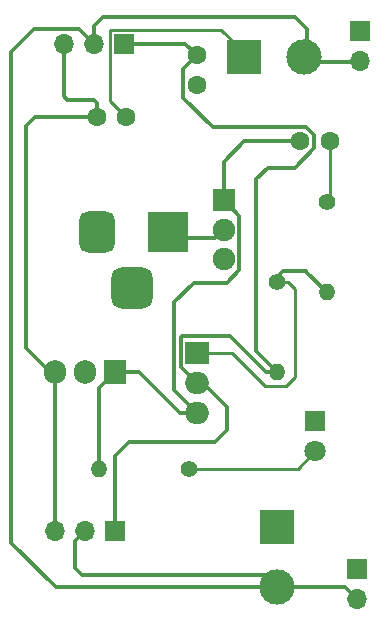
<source format=gtl>
%TF.GenerationSoftware,KiCad,Pcbnew,7.0.7*%
%TF.CreationDate,2024-08-02T14:57:20+08:00*%
%TF.ProjectId,Breadboard_power_supply,42726561-6462-46f6-9172-645f706f7765,rev?*%
%TF.SameCoordinates,Original*%
%TF.FileFunction,Copper,L1,Top*%
%TF.FilePolarity,Positive*%
%FSLAX46Y46*%
G04 Gerber Fmt 4.6, Leading zero omitted, Abs format (unit mm)*
G04 Created by KiCad (PCBNEW 7.0.7) date 2024-08-02 14:57:20*
%MOMM*%
%LPD*%
G01*
G04 APERTURE LIST*
G04 Aperture macros list*
%AMRoundRect*
0 Rectangle with rounded corners*
0 $1 Rounding radius*
0 $2 $3 $4 $5 $6 $7 $8 $9 X,Y pos of 4 corners*
0 Add a 4 corners polygon primitive as box body*
4,1,4,$2,$3,$4,$5,$6,$7,$8,$9,$2,$3,0*
0 Add four circle primitives for the rounded corners*
1,1,$1+$1,$2,$3*
1,1,$1+$1,$4,$5*
1,1,$1+$1,$6,$7*
1,1,$1+$1,$8,$9*
0 Add four rect primitives between the rounded corners*
20,1,$1+$1,$2,$3,$4,$5,0*
20,1,$1+$1,$4,$5,$6,$7,0*
20,1,$1+$1,$6,$7,$8,$9,0*
20,1,$1+$1,$8,$9,$2,$3,0*%
G04 Aperture macros list end*
%TA.AperFunction,ComponentPad*%
%ADD10R,1.700000X1.700000*%
%TD*%
%TA.AperFunction,ComponentPad*%
%ADD11O,1.700000X1.700000*%
%TD*%
%TA.AperFunction,ComponentPad*%
%ADD12R,2.000000X1.905000*%
%TD*%
%TA.AperFunction,ComponentPad*%
%ADD13O,2.000000X1.905000*%
%TD*%
%TA.AperFunction,ComponentPad*%
%ADD14C,1.400000*%
%TD*%
%TA.AperFunction,ComponentPad*%
%ADD15O,1.400000X1.400000*%
%TD*%
%TA.AperFunction,ComponentPad*%
%ADD16C,1.600000*%
%TD*%
%TA.AperFunction,ComponentPad*%
%ADD17R,1.800000X1.800000*%
%TD*%
%TA.AperFunction,ComponentPad*%
%ADD18C,1.800000*%
%TD*%
%TA.AperFunction,ComponentPad*%
%ADD19R,3.000000X3.000000*%
%TD*%
%TA.AperFunction,ComponentPad*%
%ADD20C,3.000000*%
%TD*%
%TA.AperFunction,ComponentPad*%
%ADD21R,3.500000X3.500000*%
%TD*%
%TA.AperFunction,ComponentPad*%
%ADD22RoundRect,0.750000X-0.750000X-1.000000X0.750000X-1.000000X0.750000X1.000000X-0.750000X1.000000X0*%
%TD*%
%TA.AperFunction,ComponentPad*%
%ADD23RoundRect,0.875000X-0.875000X-0.875000X0.875000X-0.875000X0.875000X0.875000X-0.875000X0.875000X0*%
%TD*%
%TA.AperFunction,ComponentPad*%
%ADD24R,1.900000X1.900000*%
%TD*%
%TA.AperFunction,ComponentPad*%
%ADD25C,1.900000*%
%TD*%
%TA.AperFunction,ComponentPad*%
%ADD26R,1.905000X2.000000*%
%TD*%
%TA.AperFunction,ComponentPad*%
%ADD27O,1.905000X2.000000*%
%TD*%
%TA.AperFunction,Conductor*%
%ADD28C,0.350000*%
%TD*%
%TA.AperFunction,Conductor*%
%ADD29C,0.250000*%
%TD*%
G04 APERTURE END LIST*
D10*
%TO.P,J4,1,Pin_1*%
%TO.N,/3.3V*%
X125290000Y-131500000D03*
D11*
%TO.P,J4,2,Pin_2*%
%TO.N,/PWR_output*%
X122750000Y-131500000D03*
%TO.P,J4,3,Pin_3*%
%TO.N,/5V*%
X120210000Y-131500000D03*
%TD*%
D12*
%TO.P,U2,1,ADJ*%
%TO.N,Net-(U2-ADJ)*%
X132250000Y-116460000D03*
D13*
%TO.P,U2,2,VO*%
%TO.N,/3.3V*%
X132250000Y-119000000D03*
%TO.P,U2,3,VI*%
%TO.N,/12V*%
X132250000Y-121540000D03*
%TD*%
D14*
%TO.P,R1,1*%
%TO.N,Net-(D1-A)*%
X131560000Y-126250000D03*
D15*
%TO.P,R1,2*%
%TO.N,/12V*%
X123940000Y-126250000D03*
%TD*%
D16*
%TO.P,C1,1*%
%TO.N,/12V*%
X141000000Y-98500000D03*
%TO.P,C1,2*%
%TO.N,GND*%
X143500000Y-98500000D03*
%TD*%
D10*
%TO.P,J2,1,Pin_1*%
%TO.N,GND*%
X145746000Y-134750000D03*
D11*
%TO.P,J2,2,Pin_2*%
%TO.N,/PWR_output*%
X145746000Y-137290000D03*
%TD*%
D14*
%TO.P,R2,1*%
%TO.N,Net-(U2-ADJ)*%
X139000000Y-110440000D03*
D15*
%TO.P,R2,2*%
%TO.N,/3.3V*%
X139000000Y-118060000D03*
%TD*%
D10*
%TO.P,J3,1,Pin_1*%
%TO.N,/3.3V*%
X126025000Y-90250000D03*
D11*
%TO.P,J3,2,Pin_2*%
%TO.N,/PWR_output*%
X123485000Y-90250000D03*
%TO.P,J3,3,Pin_3*%
%TO.N,/5V*%
X120945000Y-90250000D03*
%TD*%
D17*
%TO.P,D1,1,K*%
%TO.N,GND*%
X142250000Y-122250000D03*
D18*
%TO.P,D1,2,A*%
%TO.N,Net-(D1-A)*%
X142250000Y-124790000D03*
%TD*%
D14*
%TO.P,R3,1*%
%TO.N,GND*%
X143250000Y-103690000D03*
D15*
%TO.P,R3,2*%
%TO.N,Net-(U2-ADJ)*%
X143250000Y-111310000D03*
%TD*%
D19*
%TO.P,J7,1,Pin_1*%
%TO.N,GND*%
X139000000Y-131210000D03*
D20*
%TO.P,J7,2,Pin_2*%
%TO.N,/PWR_output*%
X139000000Y-136290000D03*
%TD*%
D16*
%TO.P,C3,1*%
%TO.N,/5V*%
X123750000Y-96500000D03*
%TO.P,C3,2*%
%TO.N,GND*%
X126250000Y-96500000D03*
%TD*%
%TO.P,C2,1*%
%TO.N,/3.3V*%
X132250000Y-91250000D03*
%TO.P,C2,2*%
%TO.N,GND*%
X132250000Y-93750000D03*
%TD*%
D19*
%TO.P,J5,1,Pin_1*%
%TO.N,GND*%
X136210000Y-91394000D03*
D20*
%TO.P,J5,2,Pin_2*%
%TO.N,/PWR_output*%
X141290000Y-91394000D03*
%TD*%
D21*
%TO.P,J6,1*%
%TO.N,/PWR_input*%
X129750000Y-106250000D03*
D22*
%TO.P,J6,2*%
%TO.N,GND*%
X123750000Y-106250000D03*
D23*
%TO.P,J6,3*%
X126750000Y-110950000D03*
%TD*%
D24*
%TO.P,S1,1*%
%TO.N,/12V*%
X134500000Y-103500000D03*
D25*
%TO.P,S1,2*%
%TO.N,/PWR_input*%
X134500000Y-106000000D03*
%TO.P,S1,3*%
%TO.N,unconnected-(S1-Pad3)*%
X134500000Y-108500000D03*
%TD*%
D26*
%TO.P,U1,1,VI*%
%TO.N,/12V*%
X125290000Y-118055000D03*
D27*
%TO.P,U1,2,GND*%
%TO.N,GND*%
X122750000Y-118055000D03*
%TO.P,U1,3,VO*%
%TO.N,/5V*%
X120210000Y-118055000D03*
%TD*%
D10*
%TO.P,J1,1,Pin_1*%
%TO.N,GND*%
X146000000Y-89210000D03*
D11*
%TO.P,J1,2,Pin_2*%
%TO.N,/PWR_output*%
X146000000Y-91750000D03*
%TD*%
D28*
%TO.N,/12V*%
X134750000Y-110500000D02*
X132000000Y-110500000D01*
X135825000Y-109425000D02*
X134750000Y-110500000D01*
X125290000Y-118055000D02*
X127305000Y-118055000D01*
X141000000Y-98500000D02*
X136250000Y-98500000D01*
X136250000Y-98500000D02*
X134500000Y-100250000D01*
X134500000Y-103500000D02*
X135825000Y-104825000D01*
X130325000Y-112175000D02*
X130325000Y-119615000D01*
X135825000Y-104825000D02*
X135825000Y-109425000D01*
X134500000Y-100250000D02*
X134500000Y-103500000D01*
X130790000Y-121540000D02*
X132250000Y-121540000D01*
X132000000Y-110500000D02*
X130325000Y-112175000D01*
X130325000Y-119615000D02*
X132250000Y-121540000D01*
X127305000Y-118055000D02*
X130790000Y-121540000D01*
X123940000Y-119405000D02*
X123940000Y-126250000D01*
X125290000Y-118055000D02*
X123940000Y-119405000D01*
D29*
%TO.N,GND*%
X143500000Y-103440000D02*
X143250000Y-103690000D01*
X136460000Y-92210000D02*
X136460000Y-91250000D01*
X124850000Y-95100000D02*
X126250000Y-96500000D01*
X143500000Y-98500000D02*
X143500000Y-103440000D01*
X124850000Y-89075000D02*
X124850000Y-95100000D01*
X134285000Y-89075000D02*
X124850000Y-89075000D01*
X136460000Y-91250000D02*
X134285000Y-89075000D01*
X125250000Y-109750000D02*
X125250000Y-111450000D01*
D28*
%TO.N,/3.3V*%
X130875000Y-115132500D02*
X131007500Y-115000000D01*
X133575000Y-97325000D02*
X141486701Y-97325000D01*
X131075000Y-92425000D02*
X131075000Y-94825000D01*
X125290000Y-125210000D02*
X126500000Y-124000000D01*
X137250000Y-101750000D02*
X137250000Y-116310000D01*
X141486701Y-97325000D02*
X142175000Y-98013299D01*
X135000000Y-115000000D02*
X138060000Y-118060000D01*
X130875000Y-117625000D02*
X130875000Y-115132500D01*
X131007500Y-115000000D02*
X135000000Y-115000000D01*
X131075000Y-94825000D02*
X133575000Y-97325000D01*
X142175000Y-98013299D02*
X142175000Y-99075000D01*
X132250000Y-91250000D02*
X131075000Y-92425000D01*
X142175000Y-99075000D02*
X140500000Y-100750000D01*
X126025000Y-90250000D02*
X131250000Y-90250000D01*
X138250000Y-100750000D02*
X137250000Y-101750000D01*
X134750000Y-123000000D02*
X134750000Y-121000000D01*
X140500000Y-100750000D02*
X138250000Y-100750000D01*
X131250000Y-90250000D02*
X132250000Y-91250000D01*
X132250000Y-119000000D02*
X130875000Y-117625000D01*
X125290000Y-131500000D02*
X125290000Y-125210000D01*
X126500000Y-124000000D02*
X133750000Y-124000000D01*
X138060000Y-118060000D02*
X139000000Y-118060000D01*
X137250000Y-116310000D02*
X139000000Y-118060000D01*
X132750000Y-119000000D02*
X132250000Y-119000000D01*
X134750000Y-121000000D02*
X132750000Y-119000000D01*
X133750000Y-124000000D02*
X134750000Y-123000000D01*
%TO.N,/5V*%
X117750000Y-116000000D02*
X117750000Y-97250000D01*
X120210000Y-118055000D02*
X119805000Y-118055000D01*
X118500000Y-96500000D02*
X123750000Y-96500000D01*
X120210000Y-118055000D02*
X120210000Y-131500000D01*
X121250000Y-95000000D02*
X123500000Y-95000000D01*
X117750000Y-97250000D02*
X118500000Y-96500000D01*
X120945000Y-94695000D02*
X121250000Y-95000000D01*
X123750000Y-95250000D02*
X123750000Y-96500000D01*
X120945000Y-90250000D02*
X120945000Y-94695000D01*
X119805000Y-118055000D02*
X117750000Y-116000000D01*
X123500000Y-95000000D02*
X123750000Y-95250000D01*
D29*
%TO.N,Net-(D1-A)*%
X131560000Y-126250000D02*
X140790000Y-126250000D01*
X140790000Y-126250000D02*
X142250000Y-124790000D01*
D28*
%TO.N,/PWR_output*%
X120267588Y-136290000D02*
X139000000Y-136290000D01*
X146500000Y-91790000D02*
X142080000Y-91790000D01*
X137960000Y-135250000D02*
X139000000Y-136290000D01*
X140500000Y-88000000D02*
X141540000Y-89040000D01*
X121900000Y-134650000D02*
X122500000Y-135250000D01*
X123485000Y-90250000D02*
X123485000Y-88765000D01*
X122750000Y-131500000D02*
X121900000Y-132350000D01*
X123485000Y-88765000D02*
X124250000Y-88000000D01*
X121900000Y-132350000D02*
X121900000Y-134650000D01*
X123485000Y-90250000D02*
X122260000Y-89025000D01*
X116500000Y-132522412D02*
X120267588Y-136290000D01*
X142080000Y-91790000D02*
X141540000Y-91250000D01*
X118475000Y-89025000D02*
X116500000Y-91000000D01*
X122260000Y-89025000D02*
X118475000Y-89025000D01*
X124250000Y-88000000D02*
X140500000Y-88000000D01*
X116500000Y-91000000D02*
X116500000Y-132522412D01*
X122500000Y-135250000D02*
X137960000Y-135250000D01*
X139000000Y-136290000D02*
X144746000Y-136290000D01*
X141540000Y-89500000D02*
X141540000Y-91250000D01*
X144746000Y-136290000D02*
X145746000Y-137290000D01*
X141540000Y-89040000D02*
X141540000Y-89500000D01*
%TO.N,/PWR_input*%
X128250000Y-106750000D02*
X133750000Y-106750000D01*
X133750000Y-106750000D02*
X134500000Y-106000000D01*
D29*
%TO.N,Net-(U2-ADJ)*%
X135210000Y-116460000D02*
X138000000Y-119250000D01*
X141500000Y-109500000D02*
X141500000Y-109560000D01*
X140500000Y-111000000D02*
X139940000Y-110440000D01*
X139000000Y-110440000D02*
X139000000Y-110000000D01*
D28*
X141500000Y-109560000D02*
X143250000Y-111310000D01*
D29*
X138000000Y-119250000D02*
X139750000Y-119250000D01*
X140500000Y-118500000D02*
X140500000Y-111000000D01*
X139750000Y-119250000D02*
X140500000Y-118500000D01*
X132250000Y-116460000D02*
X135210000Y-116460000D01*
X139940000Y-110440000D02*
X139000000Y-110440000D01*
D28*
X139500000Y-109500000D02*
X141500000Y-109500000D01*
X139000000Y-110000000D02*
X139500000Y-109500000D01*
%TD*%
M02*

</source>
